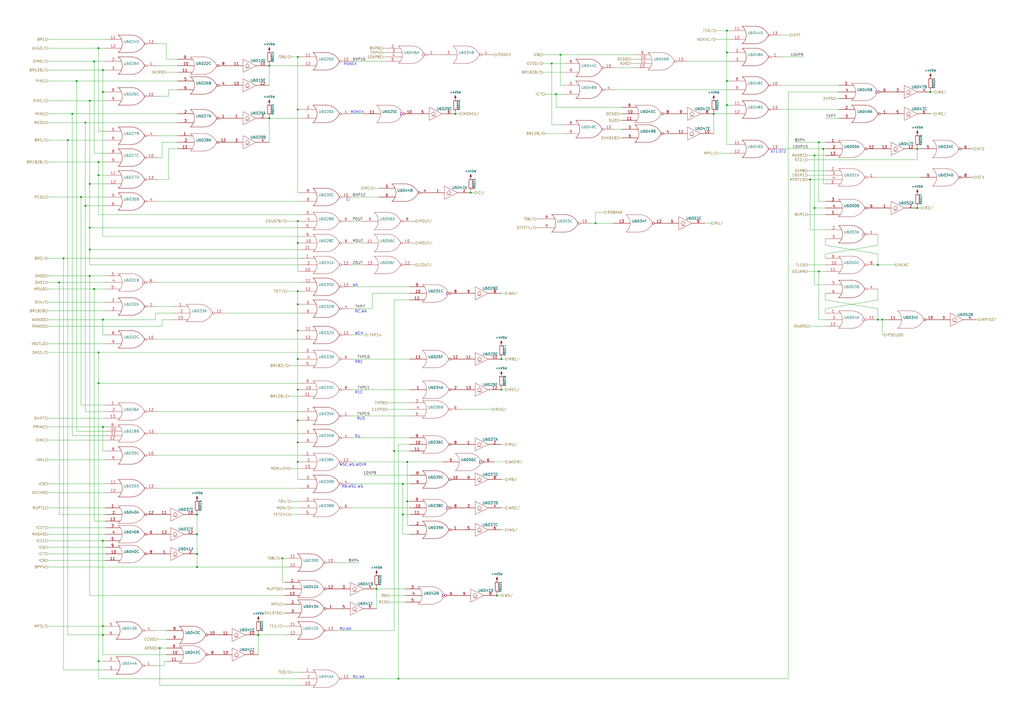
<source format=kicad_sch>
(kicad_sch (version 20211123) (generator eeschema)
  (paper "A2")
  (junction (at 218.44 341.63))
  (junction (at 59.69 368.3))
  (junction (at 233.68 298.45))
  (junction (at 52.07 160.02))
  (junction (at 231.14 393.7))
  (junction (at 264.16 66.04))
  (junction (at 156.21 68.58))
  (junction (at 44.45 46.99))
  (junction (at 59.69 363.22))
  (junction (at 49.53 119.38))
  (junction (at 469.9 104.14))
  (junction (at 52.07 58.42))
  (junction (at 421.64 60.96))
  (junction (at 114.3 328.93))
  (junction (at 57.15 93.98))
  (junction (at 59.69 313.69))
  (junction (at 472.44 120.65))
  (junction (at 172.72 140.97))
  (junction (at 57.15 204.47))
  (junction (at 57.15 222.25))
  (junction (at 539.75 53.34))
  (junction (at 172.72 128.27))
  (junction (at 52.07 106.68))
  (junction (at 41.91 66.04))
  (junction (at 46.99 114.3))
  (junction (at 477.52 86.36))
  (junction (at 57.15 27.94))
  (junction (at 149.86 368.3))
  (junction (at 421.64 46.99))
  (junction (at 414.02 66.04))
  (junction (at 172.72 226.06))
  (junction (at 325.12 31.75))
  (junction (at 532.13 120.65))
  (junction (at 114.3 321.31))
  (junction (at 320.04 36.83))
  (junction (at 290.83 208.28))
  (junction (at 345.44 129.54))
  (junction (at 172.72 191.77))
  (junction (at 52.07 132.08))
  (junction (at 273.05 111.76))
  (junction (at 57.15 383.54))
  (junction (at 474.98 157.48))
  (junction (at 472.44 90.17))
  (junction (at 290.83 226.06))
  (junction (at 509.27 153.67))
  (junction (at 52.07 144.78))
  (junction (at 36.83 149.86))
  (junction (at 92.71 375.92))
  (junction (at 236.22 290.83))
  (junction (at 39.37 81.28))
  (junction (at 172.72 176.53))
  (junction (at 59.69 247.65))
  (junction (at 172.72 267.97))
  (junction (at 34.29 163.83))
  (junction (at 511.81 185.42))
  (junction (at 172.72 33.02))
  (junction (at 228.6 261.62))
  (junction (at 236.22 267.97))
  (junction (at 172.72 168.91))
  (junction (at 114.3 309.88))
  (junction (at 421.64 30.48))
  (junction (at 532.13 86.36))
  (junction (at 57.15 101.6))
  (junction (at 114.3 298.45))
  (junction (at 59.69 53.34))
  (junction (at 156.21 38.1))
  (junction (at 172.72 63.5))
  (junction (at 49.53 71.12))
  (junction (at 172.72 256.54))
  (junction (at 59.69 40.64))
  (junction (at 322.58 54.61))
  (junction (at 233.68 280.67))
  (junction (at 54.61 35.56))
  (junction (at 172.72 208.28))
  (junction (at 172.72 243.84))
  (junction (at 421.64 17.78))
  (junction (at 509.27 185.42))
  (junction (at 474.98 82.55))
  (junction (at 54.61 167.64))
  (junction (at 59.69 185.42))
  (junction (at 163.83 323.85))
  (junction (at 288.29 345.44))
  (wire (pts (xy 57.15 124.46) (xy 173.99 124.46)))
  (wire (pts (xy 27.94 114.3) (xy 46.99 114.3)))
  (wire (pts (xy 477.52 86.36) (xy 477.52 106.68)))
  (wire (pts (xy 27.94 71.12) (xy 49.53 71.12)))
  (wire (pts (xy 322.58 54.61) (xy 326.39 54.61)))
  (wire (pts (xy 414.02 66.04) (xy 422.91 66.04)))
  (wire (pts (xy 326.39 77.47) (xy 316.23 77.47)))
  (wire (pts (xy 312.42 127) (xy 311.15 127)))
  (wire (pts (xy 57.15 222.25) (xy 57.15 383.54)))
  (wire (pts (xy 91.44 38.1) (xy 102.87 38.1)))
  (wire (pts (xy 509.27 173.99) (xy 478.79 179.07)))
  (wire (pts (xy 285.75 31.75) (xy 287.02 31.75)))
  (wire (pts (xy 172.72 267.97) (xy 172.72 278.13)))
  (wire (pts (xy 228.6 261.62) (xy 228.6 365.76)))
  (wire (pts (xy 288.29 344.17) (xy 288.29 345.44)))
  (wire (pts (xy 290.83 294.64) (xy 293.37 294.64)))
  (wire (pts (xy 539.75 52.07) (xy 539.75 53.34)))
  (wire (pts (xy 172.72 63.5) (xy 172.72 111.76)))
  (wire (pts (xy 173.99 38.1) (xy 156.21 38.1)))
  (wire (pts (xy 49.53 119.38) (xy 60.96 119.38)))
  (wire (pts (xy 477.52 106.68) (xy 478.79 106.68)))
  (wire (pts (xy 59.69 185.42) (xy 59.69 194.31)))
  (wire (pts (xy 532.13 119.38) (xy 532.13 120.65)))
  (wire (pts (xy 415.29 22.86) (xy 422.91 22.86)))
  (wire (pts (xy 215.9 170.18) (xy 237.49 170.18)))
  (wire (pts (xy 27.94 185.42) (xy 59.69 185.42)))
  (wire (pts (xy 92.71 375.92) (xy 96.52 375.92)))
  (wire (pts (xy 57.15 383.54) (xy 57.15 393.7)))
  (wire (pts (xy 149.86 368.3) (xy 149.86 379.73)))
  (wire (pts (xy 59.69 53.34) (xy 59.69 137.16)))
  (wire (pts (xy 254 31.75) (xy 255.27 31.75)))
  (wire (pts (xy 228.6 365.76) (xy 195.58 365.76)))
  (wire (pts (xy 314.96 36.83) (xy 320.04 36.83)))
  (wire (pts (xy 240.03 140.97) (xy 241.3 140.97)))
  (wire (pts (xy 114.3 298.45) (xy 114.3 309.88)))
  (wire (pts (xy 237.49 294.64) (xy 204.47 294.64)))
  (wire (pts (xy 163.83 337.82) (xy 165.1 337.82)))
  (wire (pts (xy 365.76 34.29) (xy 368.3 34.29)))
  (wire (pts (xy 52.07 144.78) (xy 52.07 153.67)))
  (wire (pts (xy 468.63 101.6) (xy 478.79 101.6)))
  (wire (pts (xy 168.91 389.89) (xy 173.99 389.89)))
  (wire (pts (xy 27.94 189.23) (xy 93.98 189.23)))
  (wire (pts (xy 218.44 341.63) (xy 218.44 353.06)))
  (wire (pts (xy 52.07 144.78) (xy 173.99 144.78)))
  (wire (pts (xy 421.64 60.96) (xy 422.91 60.96)))
  (wire (pts (xy 114.3 309.88) (xy 114.3 321.31)))
  (wire (pts (xy 173.99 294.64) (xy 168.91 294.64)))
  (wire (pts (xy 219.71 109.22) (xy 217.17 109.22)))
  (wire (pts (xy 52.07 58.42) (xy 52.07 106.68)))
  (wire (pts (xy 54.61 167.64) (xy 60.96 167.64)))
  (wire (pts (xy 421.64 30.48) (xy 422.91 30.48)))
  (wire (pts (xy 290.83 224.79) (xy 290.83 226.06)))
  (wire (pts (xy 27.94 93.98) (xy 57.15 93.98)))
  (wire (pts (xy 60.96 294.64) (xy 27.94 294.64)))
  (wire (pts (xy 365.76 36.83) (xy 368.3 36.83)))
  (wire (pts (xy 165.1 363.22) (xy 163.83 363.22)))
  (wire (pts (xy 91.44 55.88) (xy 97.79 55.88)))
  (wire (pts (xy 236.22 290.83) (xy 237.49 290.83)))
  (wire (pts (xy 325.12 31.75) (xy 325.12 49.53)))
  (wire (pts (xy 240.03 153.67) (xy 241.3 153.67)))
  (wire (pts (xy 320.04 36.83) (xy 320.04 72.39)))
  (wire (pts (xy 46.99 114.3) (xy 46.99 234.95)))
  (wire (pts (xy 236.22 267.97) (xy 236.22 290.83)))
  (wire (pts (xy 57.15 204.47) (xy 173.99 204.47)))
  (wire (pts (xy 290.83 257.81) (xy 293.37 257.81)))
  (wire (pts (xy 172.72 176.53) (xy 173.99 176.53)))
  (wire (pts (xy 486.41 68.58) (xy 478.79 68.58)))
  (wire (pts (xy 478.79 189.23) (xy 469.9 189.23)))
  (wire (pts (xy 511.81 185.42) (xy 511.81 194.31)))
  (wire (pts (xy 49.53 71.12) (xy 102.87 71.12)))
  (wire (pts (xy 563.88 102.87) (xy 565.15 102.87)))
  (wire (pts (xy 422.91 88.9) (xy 416.56 88.9)))
  (wire (pts (xy 469.9 133.35) (xy 478.79 133.35)))
  (wire (pts (xy 44.45 250.19) (xy 44.45 46.99)))
  (wire (pts (xy 59.69 40.64) (xy 59.69 53.34)))
  (wire (pts (xy 27.94 163.83) (xy 34.29 163.83)))
  (wire (pts (xy 472.44 90.17) (xy 472.44 120.65)))
  (wire (pts (xy 453.39 63.5) (xy 486.41 63.5)))
  (wire (pts (xy 36.83 149.86) (xy 36.83 388.62)))
  (wire (pts (xy 224.79 237.49) (xy 237.49 237.49)))
  (wire (pts (xy 218.44 340.36) (xy 218.44 341.63)))
  (wire (pts (xy 57.15 393.7) (xy 173.99 393.7)))
  (wire (pts (xy 97.79 104.14) (xy 97.79 86.36)))
  (wire (pts (xy 172.72 128.27) (xy 173.99 128.27)))
  (wire (pts (xy 57.15 27.94) (xy 60.96 27.94)))
  (wire (pts (xy 149.86 367.03) (xy 149.86 368.3)))
  (wire (pts (xy 57.15 383.54) (xy 59.69 383.54)))
  (wire (pts (xy 509.27 153.67) (xy 509.27 147.32)))
  (wire (pts (xy 204.47 241.3) (xy 237.49 241.3)))
  (wire (pts (xy 290.83 207.01) (xy 290.83 208.28)))
  (wire (pts (xy 172.72 191.77) (xy 172.72 208.28)))
  (wire (pts (xy 44.45 250.19) (xy 60.96 250.19)))
  (wire (pts (xy 509.27 179.07) (xy 478.79 173.99)))
  (wire (pts (xy 359.41 66.04) (xy 360.68 66.04)))
  (wire (pts (xy 39.37 81.28) (xy 60.96 81.28)))
  (wire (pts (xy 474.98 82.55) (xy 478.79 82.55)))
  (wire (pts (xy 60.96 325.12) (xy 27.94 325.12)))
  (wire (pts (xy 57.15 93.98) (xy 60.96 93.98)))
  (wire (pts (xy 486.41 57.15) (xy 485.14 57.15)))
  (wire (pts (xy 54.61 35.56) (xy 60.96 35.56)))
  (wire (pts (xy 264.16 66.04) (xy 266.7 66.04)))
  (wire (pts (xy 233.68 280.67) (xy 237.49 280.67)))
  (wire (pts (xy 91.44 91.44) (xy 93.98 91.44)))
  (wire (pts (xy 356.87 74.93) (xy 360.68 74.93)))
  (wire (pts (xy 468.63 157.48) (xy 474.98 157.48)))
  (wire (pts (xy 469.9 104.14) (xy 478.79 104.14)))
  (wire (pts (xy 59.69 363.22) (xy 59.69 368.3)))
  (wire (pts (xy 478.79 147.32) (xy 478.79 149.86)))
  (wire (pts (xy 91.44 251.46) (xy 173.99 251.46)))
  (wire (pts (xy 57.15 101.6) (xy 57.15 124.46)))
  (wire (pts (xy 172.72 176.53) (xy 172.72 191.77)))
  (wire (pts (xy 96.52 370.84) (xy 91.44 370.84)))
  (wire (pts (xy 539.75 66.04) (xy 542.29 66.04)))
  (wire (pts (xy 60.96 266.7) (xy 27.94 266.7)))
  (wire (pts (xy 165.1 350.52) (xy 163.83 350.52)))
  (wire (pts (xy 478.79 179.07) (xy 478.79 181.61)))
  (wire (pts (xy 472.44 165.1) (xy 478.79 165.1)))
  (wire (pts (xy 156.21 36.83) (xy 156.21 38.1)))
  (wire (pts (xy 468.63 104.14) (xy 469.9 104.14)))
  (wire (pts (xy 59.69 363.22) (xy 27.94 363.22)))
  (wire (pts (xy 472.44 120.65) (xy 478.79 120.65)))
  (wire (pts (xy 474.98 82.55) (xy 474.98 116.84)))
  (wire (pts (xy 52.07 58.42) (xy 60.96 58.42)))
  (wire (pts (xy 290.83 307.34) (xy 293.37 307.34)))
  (wire (pts (xy 92.71 397.51) (xy 173.99 397.51)))
  (wire (pts (xy 204.47 226.06) (xy 237.49 226.06)))
  (wire (pts (xy 233.68 280.67) (xy 233.68 298.45)))
  (wire (pts (xy 228.6 173.99) (xy 228.6 261.62)))
  (wire (pts (xy 172.72 168.91) (xy 172.72 176.53)))
  (wire (pts (xy 172.72 243.84) (xy 173.99 243.84)))
  (wire (pts (xy 93.98 189.23) (xy 93.98 185.42)))
  (wire (pts (xy 398.78 35.56) (xy 422.91 35.56)))
  (wire (pts (xy 59.69 185.42) (xy 90.17 185.42)))
  (wire (pts (xy 34.29 298.45) (xy 60.96 298.45)))
  (wire (pts (xy 204.47 140.97) (xy 209.55 140.97)))
  (wire (pts (xy 166.37 128.27) (xy 172.72 128.27)))
  (wire (pts (xy 156.21 67.31) (xy 156.21 68.58)))
  (wire (pts (xy 204.47 128.27) (xy 209.55 128.27)))
  (wire (pts (xy 421.64 30.48) (xy 421.64 46.99)))
  (wire (pts (xy 314.96 31.75) (xy 325.12 31.75)))
  (wire (pts (xy 204.47 35.56) (xy 223.52 35.56)))
  (wire (pts (xy 173.99 68.58) (xy 156.21 68.58)))
  (wire (pts (xy 228.6 173.99) (xy 237.49 173.99)))
  (wire (pts (xy 566.42 185.42) (xy 567.69 185.42)))
  (wire (pts (xy 231.14 393.7) (xy 231.14 257.81)))
  (wire (pts (xy 474.98 185.42) (xy 478.79 185.42)))
  (wire (pts (xy 156.21 68.58) (xy 156.21 82.55)))
  (wire (pts (xy 240.03 128.27) (xy 241.3 128.27)))
  (wire (pts (xy 54.61 88.9) (xy 54.61 35.56)))
  (wire (pts (xy 27.94 167.64) (xy 54.61 167.64)))
  (wire (pts (xy 57.15 101.6) (xy 60.96 101.6)))
  (wire (pts (xy 478.79 173.99) (xy 478.79 170.18)))
  (wire (pts (xy 57.15 93.98) (xy 57.15 101.6)))
  (wire (pts (xy 218.44 341.63) (xy 234.95 341.63)))
  (wire (pts (xy 27.94 81.28) (xy 39.37 81.28)))
  (wire (pts (xy 91.44 264.16) (xy 173.99 264.16)))
  (wire (pts (xy 172.72 157.48) (xy 173.99 157.48)))
  (wire (pts (xy 163.83 323.85) (xy 163.83 337.82)))
  (wire (pts (xy 223.52 30.48) (xy 222.25 30.48)))
  (wire (pts (xy 57.15 204.47) (xy 57.15 222.25)))
  (wire (pts (xy 421.64 17.78) (xy 421.64 30.48)))
  (wire (pts (xy 60.96 242.57) (xy 27.94 242.57)))
  (wire (pts (xy 264.16 64.77) (xy 264.16 66.04)))
  (wire (pts (xy 91.44 25.4) (xy 96.52 25.4)))
  (wire (pts (xy 27.94 175.26) (xy 60.96 175.26)))
  (wire (pts (xy 163.83 355.6) (xy 165.1 355.6)))
  (wire (pts (xy 345.44 123.19) (xy 350.52 123.19)))
  (wire (pts (xy 414.02 66.04) (xy 414.02 77.47)))
  (wire (pts (xy 316.23 54.61) (xy 322.58 54.61)))
  (wire (pts (xy 60.96 280.67) (xy 27.94 280.67)))
  (wire (pts (xy 130.81 181.61) (xy 173.99 181.61)))
  (wire (pts (xy 27.94 160.02) (xy 52.07 160.02)))
  (wire (pts (xy 49.53 238.76) (xy 60.96 238.76)))
  (wire (pts (xy 27.94 46.99) (xy 44.45 46.99)))
  (wire (pts (xy 453.39 33.02) (xy 466.09 33.02)))
  (wire (pts (xy 59.69 247.65) (xy 59.69 261.62)))
  (wire (pts (xy 474.98 157.48) (xy 474.98 185.42)))
  (wire (pts (xy 453.39 20.32) (xy 458.47 20.32)))
  (wire (pts (xy 27.94 247.65) (xy 59.69 247.65)))
  (wire (pts (xy 204.47 280.67) (xy 233.68 280.67)))
  (wire (pts (xy 290.83 278.13) (xy 293.37 278.13)))
  (wire (pts (xy 509.27 185.42) (xy 509.27 179.07)))
  (wire (pts (xy 27.94 58.42) (xy 52.07 58.42)))
  (wire (pts (xy 472.44 120.65) (xy 472.44 165.1)))
  (wire (pts (xy 59.69 261.62) (xy 60.96 261.62)))
  (wire (pts (xy 57.15 222.25) (xy 173.99 222.25)))
  (wire (pts (xy 314.96 41.91) (xy 326.39 41.91)))
  (wire (pts (xy 478.79 99.06) (xy 468.63 99.06)))
  (wire (pts (xy 156.21 38.1) (xy 156.21 49.53)))
  (wire (pts (xy 59.69 313.69) (xy 60.96 313.69)))
  (wire (pts (xy 290.83 226.06) (xy 293.37 226.06)))
  (wire (pts (xy 52.07 153.67) (xy 173.99 153.67)))
  (wire (pts (xy 46.99 234.95) (xy 60.96 234.95)))
  (wire (pts (xy 320.04 72.39) (xy 326.39 72.39)))
  (wire (pts (xy 27.94 27.94) (xy 57.15 27.94)))
  (wire (pts (xy 27.94 285.75) (xy 60.96 285.75)))
  (wire (pts (xy 91.44 78.74) (xy 102.87 78.74)))
  (wire (pts (xy 236.22 290.83) (xy 236.22 304.8)))
  (wire (pts (xy 320.04 36.83) (xy 326.39 36.83)))
  (wire (pts (xy 54.61 302.26) (xy 60.96 302.26)))
  (wire (pts (xy 421.64 46.99) (xy 422.91 46.99)))
  (wire (pts (xy 96.52 25.4) (xy 96.52 34.29)))
  (wire (pts (xy 172.72 208.28) (xy 172.72 226.06)))
  (wire (pts (xy 49.53 119.38) (xy 49.53 238.76)))
  (wire (pts (xy 322.58 54.61) (xy 322.58 62.23)))
  (wire (pts (xy 60.96 88.9) (xy 54.61 88.9)))
  (wire (pts (xy 172.72 128.27) (xy 172.72 140.97)))
  (wire (pts (xy 222.25 27.94) (xy 223.52 27.94)))
  (wire (pts (xy 172.72 243.84) (xy 172.72 256.54)))
  (wire (pts (xy 27.94 309.88) (xy 60.96 309.88)))
  (wire (pts (xy 231.14 257.81) (xy 237.49 257.81)))
  (wire (pts (xy 290.83 170.18) (xy 293.37 170.18)))
  (wire (pts (xy 92.71 375.92) (xy 92.71 397.51)))
  (wire (pts (xy 60.96 180.34) (xy 27.94 180.34)))
  (wire (pts (xy 204.47 114.3) (xy 219.71 114.3)))
  (wire (pts (xy 474.98 116.84) (xy 478.79 116.84)))
  (wire (pts (xy 166.37 168.91) (xy 172.72 168.91)))
  (wire (pts (xy 453.39 86.36) (xy 477.52 86.36)))
  (wire (pts (xy 27.94 35.56) (xy 54.61 35.56)))
  (wire (pts (xy 91.44 104.14) (xy 97.79 104.14)))
  (wire (pts (xy 59.69 137.16) (xy 173.99 137.16)))
  (wire (pts (xy 96.52 34.29) (xy 102.87 34.29)))
  (wire (pts (xy 468.63 90.17) (xy 472.44 90.17)))
  (wire (pts (xy 226.06 349.25) (xy 234.95 349.25)))
  (wire (pts (xy 421.64 60.96) (xy 421.64 83.82)))
  (wire (pts (xy 204.47 254) (xy 237.49 254)))
  (wire (pts (xy 273.05 110.49) (xy 273.05 111.76)))
  (wire (pts (xy 27.94 204.47) (xy 57.15 204.47)))
  (wire (pts (xy 231.14 393.7) (xy 457.2 393.7)))
  (wire (pts (xy 325.12 49.53) (xy 326.39 49.53)))
  (wire (pts (xy 509.27 153.67) (xy 519.43 153.67)))
  (wire (pts (xy 532.13 86.36) (xy 533.4 86.36)))
  (wire (pts (xy 57.15 76.2) (xy 57.15 27.94)))
  (wire (pts (xy 215.9 179.07) (xy 215.9 170.18)))
  (wire (pts (xy 415.29 17.78) (xy 421.64 17.78)))
  (wire (pts (xy 96.52 41.91) (xy 102.87 41.91)))
  (wire (pts (xy 532.13 120.65) (xy 534.67 120.65)))
  (wire (pts (xy 421.64 46.99) (xy 421.64 60.96)))
  (wire (pts (xy 204.47 179.07) (xy 215.9 179.07)))
  (wire (pts (xy 165.1 341.63) (xy 163.83 341.63)))
  (wire (pts (xy 511.81 194.31) (xy 513.08 194.31)))
  (wire (pts (xy 95.25 383.54) (xy 96.52 383.54)))
  (wire (pts (xy 453.39 49.53) (xy 486.41 49.53)))
  (wire (pts (xy 172.72 33.02) (xy 172.72 63.5)))
  (wire (pts (xy 172.72 111.76) (xy 173.99 111.76)))
  (wire (pts (xy 52.07 132.08) (xy 173.99 132.08)))
  (wire (pts (xy 59.69 247.65) (xy 60.96 247.65)))
  (wire (pts (xy 52.07 345.44) (xy 52.07 160.02)))
  (wire (pts (xy 486.41 53.34) (xy 457.2 53.34)))
  (wire (pts (xy 237.49 275.59) (xy 210.82 275.59)))
  (wire (pts (xy 360.68 80.01) (xy 359.41 80.01)))
  (wire (pts (xy 149.86 368.3) (xy 165.1 368.3)))
  (wire (pts (xy 36.83 149.86) (xy 173.99 149.86)))
  (wire (pts (xy 60.96 76.2) (xy 57.15 76.2)))
  (wire (pts (xy 312.42 132.08) (xy 311.15 132.08)))
  (wire (pts (xy 59.69 194.31) (xy 60.96 194.31)))
  (wire (pts (xy 90.17 185.42) (xy 90.17 181.61)))
  (wire (pts (xy 421.64 83.82) (xy 422.91 83.82)))
  (wire (pts (xy 509.27 147.32) (xy 478.79 142.24)))
  (wire (pts (xy 114.3 297.18) (xy 114.3 298.45)))
  (wire (pts (xy 59.69 40.64) (xy 60.96 40.64)))
  (wire (pts (xy 474.98 157.48) (xy 478.79 157.48)))
  (wire (pts (xy 472.44 90.17) (xy 478.79 90.17)))
  (wire (pts (xy 52.07 160.02) (xy 60.96 160.02)))
  (wire (pts (xy 27.94 149.86) (xy 36.83 149.86)))
  (wire (pts (xy 60.96 317.5) (xy 27.94 317.5)))
  (wire (pts (xy 511.81 185.42) (xy 513.08 185.42)))
  (wire (pts (xy 97.79 52.07) (xy 102.87 52.07)))
  (wire (pts (xy 172.72 267.97) (xy 173.99 267.97)))
  (wire (pts (xy 46.99 114.3) (xy 60.96 114.3)))
  (wire (pts (xy 173.99 283.21) (xy 91.44 283.21)))
  (wire (pts (xy 421.64 17.78) (xy 422.91 17.78)))
  (wire (pts (xy 172.72 256.54) (xy 172.72 267.97)))
  (wire (pts (xy 172.72 226.06) (xy 173.99 226.06)))
  (wire (pts (xy 539.75 53.34) (xy 542.29 53.34)))
  (wire (pts (xy 173.99 212.09) (xy 167.64 212.09)))
  (wire (pts (xy 114.3 321.31) (xy 114.3 328.93)))
  (wire (pts (xy 172.72 63.5) (xy 173.99 63.5)))
  (wire (pts (xy 461.01 82.55) (xy 474.98 82.55)))
  (wire (pts (xy 93.98 185.42) (xy 100.33 185.42)))
  (wire (pts (xy 477.52 86.36) (xy 478.79 86.36)))
  (wire (pts (xy 172.72 208.28) (xy 173.99 208.28)))
  (wire (pts (xy 39.37 81.28) (xy 39.37 368.3)))
  (wire (pts (xy 172.72 278.13) (xy 173.99 278.13)))
  (wire (pts (xy 41.91 252.73) (xy 60.96 252.73)))
  (wire (pts (xy 49.53 71.12) (xy 49.53 119.38)))
  (wire (pts (xy 408.94 129.54) (xy 412.75 129.54)))
  (wire (pts (xy 27.94 40.64) (xy 59.69 40.64)))
  (wire (pts (xy 509.27 135.89) (xy 509.27 142.24)))
  (wire (pts (xy 172.72 140.97) (xy 173.99 140.97)))
  (wire (pts (xy 173.99 290.83) (xy 168.91 290.83)))
  (wire (pts (xy 173.99 116.84) (xy 91.44 116.84)))
  (wire (pts (xy 60.96 53.34) (xy 59.69 53.34)))
  (wire (pts (xy 41.91 66.04) (xy 41.91 252.73)))
  (wire (pts (xy 478.79 142.24) (xy 478.79 138.43)))
  (wire (pts (xy 325.12 31.75) (xy 368.3 31.75)))
  (wire (pts (xy 60.96 199.39) (xy 27.94 199.39)))
  (wire (pts (xy 90.17 386.08) (xy 95.25 386.08)))
  (wire (pts (xy 290.83 208.28) (xy 293.37 208.28)))
  (wire (pts (xy 41.91 66.04) (xy 102.87 66.04)))
  (wire (pts (xy 173.99 271.78) (xy 168.91 271.78)))
  (wire (pts (xy 234.95 345.44) (xy 226.06 345.44)))
  (wire (pts (xy 95.25 386.08) (xy 95.25 383.54)))
  (wire (pts (xy 54.61 167.64) (xy 54.61 302.26)))
  (wire (pts (xy 93.98 91.44) (xy 93.98 82.55)))
  (wire (pts (xy 233.68 298.45) (xy 233.68 309.88)))
  (wire (pts (xy 172.72 191.77) (xy 173.99 191.77)))
  (wire (pts (xy 414.02 64.77) (xy 414.02 66.04)))
  (wire (pts (xy 44.45 46.99) (xy 102.87 46.99)))
  (wire (pts (xy 359.41 69.85) (xy 360.68 69.85)))
  (wire (pts (xy 345.44 129.54) (xy 345.44 123.19)))
  (wire (pts (xy 34.29 163.83) (xy 34.29 298.45)))
  (wire (pts (xy 168.91 298.45) (xy 173.99 298.45)))
  (wire (pts (xy 509.27 142.24) (xy 478.79 147.32)))
  (wire (pts (xy 36.83 388.62) (xy 59.69 388.62)))
  (wire (pts (xy 163.83 323.85) (xy 165.1 323.85)))
  (wire (pts (xy 287.02 267.97) (xy 293.37 267.97)))
  (wire (pts (xy 34.29 163.83) (xy 60.96 163.83)))
  (wire (pts (xy 59.69 368.3) (xy 59.69 379.73)))
  (wire (pts (xy 168.91 33.02) (xy 172.72 33.02)))
  (wire (pts (xy 345.44 129.54) (xy 355.6 129.54)))
  (wire (pts (xy 52.07 106.68) (xy 52.07 132.08)))
  (wire (pts (xy 236.22 304.8) (xy 237.49 304.8)))
  (wire (pts (xy 165.1 345.44) (xy 52.07 345.44)))
  (wire (pts (xy 91.44 375.92) (xy 92.71 375.92)))
  (wire (pts (xy 532.13 86.36) (xy 532.13 92.71)))
  (wire (pts (xy 27.94 313.69) (xy 59.69 313.69)))
  (wire (pts (xy 236.22 267.97) (xy 256.54 267.97)))
  (wire (pts (xy 532.13 85.09) (xy 532.13 86.36)))
  (wire (pts (xy 173.99 229.87) (xy 167.64 229.87)))
  (wire (pts (xy 96.52 365.76) (xy 90.17 365.76)))
  (wire (pts (xy 267.97 237.49) (xy 285.75 237.49)))
  (wire (pts (xy 90.17 181.61) (xy 100.33 181.61)))
  (wire (pts (xy 563.88 86.36) (xy 565.15 86.36)))
  (wire (pts (xy 162.56 323.85) (xy 163.83 323.85)))
  (wire (pts (xy 237.49 233.68) (xy 224.79 233.68)))
  (wire (pts (xy 237.49 166.37) (xy 204.47 166.37)))
  (wire (pts (xy 172.72 256.54) (xy 173.99 256.54)))
  (wire (pts (xy 509.27 167.64) (xy 509.27 173.99)))
  (wire (pts (xy 204.47 153.67) (xy 209.55 153.67)))
  (wire (pts (xy 91.44 238.76) (xy 173.99 238.76)))
  (wire (pts (xy 342.9 129.54) (xy 345.44 129.54)))
  (wire (pts (xy 509.27 185.42) (xy 511.81 185.42)))
  (wire (pts (xy 93.98 82.55) (xy 102.87 82.55)))
  (wire (pts (xy 59.69 379.73) (xy 96.52 379.73)))
  (wire (pts (xy 204.47 267.97) (xy 236.22 267.97)))
  (wire (pts (xy 509.27 102.87) (xy 533.4 102.87)))
  (wire (pts (xy 27.94 328.93) (xy 114.3 328.93)))
  (wire (pts (xy 322.58 62.23) (xy 360.68 62.23)))
  (wire (pts (xy 60.96 22.86) (xy 27.94 22.86)))
  (wire (pts (xy 52.07 106.68) (xy 60.96 106.68)))
  (wire (pts (xy 27.94 66.04) (xy 41.91 66.04)))
  (wire (pts (xy 172.72 140.97) (xy 172.72 157.48)))
  (wire (pts (xy 172.72 226.06) (xy 172.72 243.84)))
  (wire (pts (xy 469.9 104.14) (xy 469.9 133.35)))
  (wire (pts (xy 204.47 393.7) (xy 231.14 393.7)))
  (wire (pts (xy 233.68 298.45) (xy 237.49 298.45)))
  (wire (pts (xy 172.72 168.91) (xy 173.99 168.91)))
  (wire (pts (xy 97.79 55.88) (xy 97.79 52.07)))
  (wire (pts (xy 59.69 313.69) (xy 59.69 363.22)))
  (wire (pts (xy 204.47 208.28) (xy 237.49 208.28)))
  (wire (pts (xy 288.29 345.44) (xy 290.83 345.44)))
  (wire (pts (xy 532.13 92.71) (xy 468.63 92.71)))
  (wire (pts (xy 91.44 196.85) (xy 173.99 196.85)))
  (wire (pts (xy 60.96 306.07) (xy 27.94 306.07)))
  (wire (pts (xy 273.05 111.76) (xy 275.59 111.76)))
  (wire (pts (xy 52.07 132.08) (xy 52.07 144.78)))
  (wire (pts (xy 356.87 39.37) (xy 368.3 39.37)))
  (wire (pts (xy 204.47 66.04) (xy 210.82 66.04)))
  (wire (pts (xy 60.96 255.27) (xy 27.94 255.27)))
  (wire (pts (xy 233.68 309.88) (xy 237.49 309.88)))
  (wire (pts (xy 204.47 194.31) (xy 212.09 194.31)))
  (wire (pts (xy 91.44 163.83) (xy 173.99 163.83)))
  (wire (pts (xy 195.58 326.39) (xy 208.28 326.39)))
  (wire (pts (xy 172.72 33.02) (xy 173.99 33.02)))
  (wire (pts (xy 228.6 261.62) (xy 237.49 261.62)))
  (wire (pts (xy 478.79 153.67) (xy 468.63 153.67)))
  (wire (pts (xy 356.87 52.07) (xy 422.91 52.07)))
  (wire (pts (xy 114.3 328.93) (xy 165.1 328.93)))
  (wire (pts (xy 222.25 33.02) (xy 223.52 33.02)))
  (wire (pts (xy 27.94 321.31) (xy 60.96 321.31)))
  (wire (pts (xy 457.2 53.34) (xy 457.2 393.7)))
  (wire (pts (xy 91.44 177.8) (xy 100.33 177.8)))
  (wire (pts (xy 478.79 124.46) (xy 468.63 124.46)))
  (wire (pts (xy 97.79 86.36) (xy 102.87 86.36)))
  (wire (pts (xy 39.37 368.3) (xy 59.69 368.3)))
  (text "RUS" (at 207.01 243.84 0) (effects (font (size 1.524 1.524)) (justify left bottom)))
  (text "RU,WA" (at 204.47 393.7 0) (effects (font (size 1.524 1.524)) (justify left bottom)))
  (text "RC,WA" (at 205.74 181.61 0) (effects (font (size 1.524 1.524)) (justify left bottom)))
  (text "MONEX" (at 203.2 66.04 0) (effects (font (size 1.524 1.524)) (justify left bottom)))
  (text "RU,WA" (at 196.85 365.76 0) (effects (font (size 1.524 1.524)) (justify left bottom)))
  (text "RU" (at 205.74 254 0) (effects (font (size 1.524 1.524)) (justify left bottom)))
  (text "PONEX" (at 207.01 38.1 180) (effects (font (size 1.524 1.524)) (justify right bottom)))
  (text "R1C" (at 205.74 228.6 0) (effects (font (size 1.524 1.524)) (justify left bottom)))
  (text "RB,WSC,WG" (at 198.12 283.21 0) (effects (font (size 1.524 1.524)) (justify left bottom)))
  (text "RB1" (at 205.74 210.82 0) (effects (font (size 1.524 1.524)) (justify left bottom)))
  (text "CI" (at 203.2 116.84 180) (effects (font (size 1.524 1.524)) (justify right bottom)))
  (text "WA" (at 204.47 166.37 0) (effects (font (size 1.524 1.524)) (justify left bottom)))
  (text "WCH" (at 205.74 194.31 0) (effects (font (size 1.524 1.524)) (justify left bottom)))
  (text "WSC,WG,WOVR" (at 196.85 270.51 0) (effects (font (size 1.524 1.524)) (justify left bottom)))
  (text "ST1,ST2" (at 447.04 88.9 0) (effects (font (size 1.524 1.524)) (justify left bottom)))
  (label "8XP4" (at 461.01 82.55 0) (effects (font (size 1.524 1.524))))
  (label "7XP10" (at 207.01 208.28 0) (effects (font (size 1.524 1.524))))
  (label "MOUT" (at 204.47 140.97 0) (effects (font (size 1.524 1.524))))
  (label "10XP9" (at 466.09 33.02 180) (effects (font (size 1.524 1.524))))
  (label "7XP7" (at 478.79 68.58 0) (effects (font (size 1.524 1.524))))
  (label "10XP9" (at 210.82 275.59 0) (effects (font (size 1.524 1.524))))
  (label "POUT" (at 204.47 128.27 0) (effects (font (size 1.524 1.524))))
  (label "ZOUT" (at 204.47 153.67 0) (effects (font (size 1.524 1.524))))
  (label "7XP11" (at 207.01 226.06 0) (effects (font (size 1.524 1.524))))
  (label "8XP4" (at 208.28 326.39 180) (effects (font (size 1.524 1.524))))
  (label "6XP10" (at 212.09 35.56 180) (effects (font (size 1.524 1.524))))
  (label "7XP7" (at 205.74 179.07 0) (effects (font (size 1.524 1.524))))
  (label "10XP15" (at 459.74 86.36 0) (effects (font (size 1.524 1.524))))
  (label "7XP15" (at 207.01 241.3 0) (effects (font (size 1.524 1.524))))
  (label "6XP12" (at 212.09 114.3 180) (effects (font (size 1.524 1.524))))
  (hierarchical_label "BR12B/" (shape input) (at 316.23 77.47 180) (effects (font (size 1.524 1.524))))
  (hierarchical_label "ST1" (shape output) (at 565.15 102.87 0) (effects (font (size 1.524 1.524))))
  (hierarchical_label "NEAC" (shape output) (at 519.43 153.67 0) (effects (font (size 1.524 1.524))))
  (hierarchical_label "10XP1" (shape input) (at 468.63 101.6 180) (effects (font (size 1.524 1.524))))
  (hierarchical_label "BR1" (shape input) (at 27.94 22.86 180) (effects (font (size 1.524 1.524))))
  (hierarchical_label "PINC" (shape input) (at 27.94 46.99 180) (effects (font (size 1.524 1.524))))
  (hierarchical_label "POUT/" (shape output) (at 241.3 128.27 0) (effects (font (size 1.524 1.524))))
  (hierarchical_label "PONEX" (shape output) (at 287.02 31.75 0) (effects (font (size 1.524 1.524))))
  (hierarchical_label "IC6" (shape input) (at 314.96 31.75 180) (effects (font (size 1.524 1.524))))
  (hierarchical_label "T03/" (shape input) (at 168.91 389.89 180) (effects (font (size 1.524 1.524))))
  (hierarchical_label "T04/" (shape input) (at 168.91 290.83 180) (effects (font (size 1.524 1.524))))
  (hierarchical_label "BR1B2/" (shape input) (at 167.64 212.09 180) (effects (font (size 1.524 1.524))))
  (hierarchical_label "BR2/" (shape input) (at 27.94 149.86 180) (effects (font (size 1.524 1.524))))
  (hierarchical_label "ZOUT/" (shape output) (at 241.3 153.67 0) (effects (font (size 1.524 1.524))))
  (hierarchical_label "MONEX/" (shape output) (at 266.7 66.04 0) (effects (font (size 1.524 1.524))))
  (hierarchical_label "WOVR/" (shape output) (at 293.37 267.97 0) (effects (font (size 1.524 1.524))))
  (hierarchical_label "RUPT0" (shape input) (at 163.83 341.63 180) (effects (font (size 1.524 1.524))))
  (hierarchical_label "RPTSET" (shape output) (at 567.69 185.42 0) (effects (font (size 1.524 1.524))))
  (hierarchical_label "DAS1/" (shape input) (at 27.94 204.47 180) (effects (font (size 1.524 1.524))))
  (hierarchical_label "DXCH0" (shape input) (at 27.94 285.75 180) (effects (font (size 1.524 1.524))))
  (hierarchical_label "BR12B/" (shape input) (at 167.64 229.87 180) (effects (font (size 1.524 1.524))))
  (hierarchical_label "SU0" (shape input) (at 359.41 69.85 180) (effects (font (size 1.524 1.524))))
  (hierarchical_label "BR1B2B" (shape input) (at 27.94 180.34 180) (effects (font (size 1.524 1.524))))
  (hierarchical_label "CCS0" (shape input) (at 91.44 370.84 180) (effects (font (size 1.524 1.524))))
  (hierarchical_label "IC7" (shape input) (at 27.94 321.31 180) (effects (font (size 1.524 1.524))))
  (hierarchical_label "MON+CH" (shape input) (at 168.91 271.78 180) (effects (font (size 1.524 1.524))))
  (hierarchical_label "STFET1/" (shape input) (at 311.15 132.08 180) (effects (font (size 1.524 1.524))))
  (hierarchical_label "RU/" (shape output) (at 412.75 129.54 0) (effects (font (size 1.524 1.524))))
  (hierarchical_label "INKL" (shape input) (at 27.94 266.7 180) (effects (font (size 1.524 1.524))))
  (hierarchical_label "MSU0" (shape input) (at 27.94 167.64 180) (effects (font (size 1.524 1.524))))
  (hierarchical_label "RU/" (shape output) (at 293.37 257.81 0) (effects (font (size 1.524 1.524))))
  (hierarchical_label "RUPT1" (shape input) (at 27.94 294.64 180) (effects (font (size 1.524 1.524))))
  (hierarchical_label "MP3/" (shape input) (at 27.94 363.22 180) (effects (font (size 1.524 1.524))))
  (hierarchical_label "DINC" (shape input) (at 27.94 255.27 180) (effects (font (size 1.524 1.524))))
  (hierarchical_label "IC9" (shape input) (at 27.94 325.12 180) (effects (font (size 1.524 1.524))))
  (hierarchical_label "RB/" (shape output) (at 293.37 278.13 0) (effects (font (size 1.524 1.524))))
  (hierarchical_label "DAS0" (shape input) (at 27.94 160.02 180) (effects (font (size 1.524 1.524))))
  (hierarchical_label "DV1376" (shape input) (at 163.83 355.6 180) (effects (font (size 1.524 1.524))))
  (hierarchical_label "IC6" (shape input) (at 27.94 317.5 180) (effects (font (size 1.524 1.524))))
  (hierarchical_label "RADRZ" (shape input) (at 468.63 90.17 180) (effects (font (size 1.524 1.524))))
  (hierarchical_label "RAND0" (shape input) (at 27.94 189.23 180) (effects (font (size 1.524 1.524))))
  (hierarchical_label "DAS1" (shape input) (at 27.94 163.83 180) (effects (font (size 1.524 1.524))))
  (hierarchical_label "RB1/" (shape output) (at 293.37 208.28 0) (effects (font (size 1.524 1.524))))
  (hierarchical_label "RADRG" (shape input) (at 469.9 189.23 180) (effects (font (size 1.524 1.524))))
  (hierarchical_label "ZIPCI" (shape input) (at 217.17 109.22 180) (effects (font (size 1.524 1.524))))
  (hierarchical_label "CCS0/" (shape input) (at 314.96 36.83 180) (effects (font (size 1.524 1.524))))
  (hierarchical_label "WSC/" (shape output) (at 293.37 294.64 0) (effects (font (size 1.524 1.524))))
  (hierarchical_label "WA/" (shape output) (at 542.29 53.34 0) (effects (font (size 1.524 1.524))))
  (hierarchical_label "ST2/" (shape input) (at 468.63 92.71 180) (effects (font (size 1.524 1.524))))
  (hierarchical_label "T06/" (shape input) (at 311.15 127 180) (effects (font (size 1.524 1.524))))
  (hierarchical_label "DCS0" (shape input) (at 359.41 66.04 180) (effects (font (size 1.524 1.524))))
  (hierarchical_label "DINC/" (shape input) (at 27.94 58.42 180) (effects (font (size 1.524 1.524))))
  (hierarchical_label "8XP6" (shape input) (at 222.25 27.94 180) (effects (font (size 1.524 1.524))))
  (hierarchical_label "MP0T10" (shape input) (at 468.63 104.14 180) (effects (font (size 1.524 1.524))))
  (hierarchical_label "BR1/" (shape input) (at 27.94 81.28 180) (effects (font (size 1.524 1.524))))
  (hierarchical_label "T06/" (shape input) (at 168.91 33.02 180) (effects (font (size 1.524 1.524))))
  (hierarchical_label "IC17" (shape input) (at 27.94 306.07 180) (effects (font (size 1.524 1.524))))
  (hierarchical_label "2XP8" (shape input) (at 468.63 99.06 180) (effects (font (size 1.524 1.524))))
  (hierarchical_label "8PP4" (shape input) (at 27.94 328.93 180) (effects (font (size 1.524 1.524))))
  (hierarchical_label "R15" (shape input) (at 226.06 349.25 180) (effects (font (size 1.524 1.524))))
  (hierarchical_label "MP1/" (shape input) (at 416.56 88.9 180) (effects (font (size 1.524 1.524))))
  (hierarchical_label "BR1B2B/" (shape input) (at 27.94 93.98 180) (effects (font (size 1.524 1.524))))
  (hierarchical_label "MINC" (shape input) (at 27.94 66.04 180) (effects (font (size 1.524 1.524))))
  (hierarchical_label "WA/" (shape output) (at 293.37 170.18 0) (effects (font (size 1.524 1.524))))
  (hierarchical_label "WG/" (shape output) (at 293.37 307.34 0) (effects (font (size 1.524 1.524))))
  (hierarchical_label "MP1" (shape input) (at 163.83 350.52 180) (effects (font (size 1.524 1.524))))
  (hierarchical_label "INCR0" (shape input) (at 96.52 41.91 180) (effects (font (size 1.524 1.524))))
  (hierarchical_label "RDBANK" (shape output) (at 350.52 123.19 0) (effects (font (size 1.524 1.524))))
  (hierarchical_label "10XP8" (shape input) (at 222.25 33.02 180) (effects (font (size 1.524 1.524))))
  (hierarchical_label "SHIFT" (shape input) (at 27.94 242.57 180) (effects (font (size 1.524 1.524))))
  (hierarchical_label "DIM0/" (shape input) (at 27.94 35.56 180) (effects (font (size 1.524 1.524))))
  (hierarchical_label "BR12B/" (shape input) (at 27.94 40.64 180) (effects (font (size 1.524 1.524))))
  (hierarchical_label "R1C/" (shape output) (at 293.37 226.06 0) (effects (font (size 1.524 1.524))))
  (hierarchical_label "BR1B2B/" (shape input) (at 314.96 41.91 180) (effects (font (size 1.524 1.524))))
  (hierarchical_label "INOTLD" (shape input) (at 27.94 199.39 180) (effects (font (size 1.524 1.524))))
  (hierarchical_label "T07/" (shape input) (at 166.37 168.91 180) (effects (font (size 1.524 1.524))))
  (hierarchical_label "AD0" (shape input) (at 365.76 36.83 180) (effects (font (size 1.524 1.524))))
  (hierarchical_label "RC/" (shape output) (at 542.29 66.04 0) (effects (font (size 1.524 1.524))))
  (hierarchical_label "FETCH1" (shape input) (at 168.91 298.45 180) (effects (font (size 1.524 1.524))))
  (hierarchical_label "DV4B1B" (shape input) (at 359.41 80.01 180) (effects (font (size 1.524 1.524))))
  (hierarchical_label "MOUT/" (shape output) (at 241.3 140.97 0) (effects (font (size 1.524 1.524))))
  (hierarchical_label "CDUSTB/" (shape input) (at 166.37 128.27 180) (effects (font (size 1.524 1.524))))
  (hierarchical_label "7XP14" (shape output) (at 212.09 194.31 0) (effects (font (size 1.524 1.524))))
  (hierarchical_label "T08/" (shape input) (at 162.56 323.85 180) (effects (font (size 1.524 1.524))))
  (hierarchical_label "IC7" (shape input) (at 316.23 54.61 180) (effects (font (size 1.524 1.524))))
  (hierarchical_label "DV4/" (shape input) (at 27.94 175.26 180) (effects (font (size 1.524 1.524))))
  (hierarchical_label "CI/" (shape output) (at 275.59 111.76 0) (effects (font (size 1.524 1.524))))
  (hierarchical_label "AUG0/" (shape input) (at 27.94 27.94 180) (effects (font (size 1.524 1.524))))
  (hierarchical_label "ADS0" (shape input) (at 91.44 375.92 180) (effects (font (size 1.524 1.524))))
  (hierarchical_label "PRINC" (shape input) (at 27.94 247.65 180) (effects (font (size 1.524 1.524))))
  (hierarchical_label "MON/" (shape input) (at 168.91 294.64 180) (effects (font (size 1.524 1.524))))
  (hierarchical_label "MCDU" (shape input) (at 27.94 71.12 180) (effects (font (size 1.524 1.524))))
  (hierarchical_label "WS/" (shape output) (at 290.83 345.44 0) (effects (font (size 1.524 1.524))))
  (hierarchical_label "9XP1" (shape input) (at 468.63 124.46 180) (effects (font (size 1.524 1.524))))
  (hierarchical_label "7XP9" (shape input) (at 224.79 233.68 180) (effects (font (size 1.524 1.524))))
  (hierarchical_label "2XP5" (shape input) (at 485.14 57.15 180) (effects (font (size 1.524 1.524))))
  (hierarchical_label "RUS/" (shape output) (at 285.75 237.49 0) (effects (font (size 1.524 1.524))))
  (hierarchical_label "IC9" (shape input) (at 27.94 280.67 180) (effects (font (size 1.524 1.524))))
  (hierarchical_label "7XP4" (shape input) (at 222.25 30.48 180) (effects (font (size 1.524 1.524))))
  (hierarchical_label "PSEUDO" (shape output) (at 513.08 194.31 0) (effects (font (size 1.524 1.524))))
  (hierarchical_label "MASK0" (shape input) (at 27.94 309.88 180) (effects (font (size 1.524 1.524))))
  (hierarchical_label "ST2" (shape output) (at 565.15 86.36 0) (effects (font (size 1.524 1.524))))
  (hierarchical_label "11XP2" (shape input) (at 224.79 237.49 180) (effects (font (size 1.524 1.524))))
  (hierarchical_label "GOJAM" (shape input) (at 468.63 157.48 180) (effects (font (size 1.524 1.524))))
  (hierarchical_label "NDXX1/" (shape input) (at 415.29 22.86 180) (effects (font (size 1.524 1.524))))
  (hierarchical_label "EXT" (shape output) (at 458.47 20.32 0) (effects (font (size 1.524 1.524))))
  (hierarchical_label "DCA0" (shape input) (at 365.76 34.29 180) (effects (font (size 1.524 1.524))))
  (hierarchical_label "IC11" (shape input) (at 27.94 313.69 180) (effects (font (size 1.524 1.524))))
  (hierarchical_label "T10/" (shape input) (at 415.29 17.78 180) (effects (font (size 1.524 1.524))))
  (hierarchical_label "RZ/" (shape output) (at 534.67 120.65 0) (effects (font (size 1.524 1.524))))
  (hierarchical_label "T11/" (shape input) (at 163.83 363.22 180) (effects (font (size 1.524 1.524))))
  (hierarchical_label "TL15" (shape input) (at 468.63 153.67 180) (effects (font (size 1.524 1.524))))
  (hierarchical_label "WAND0" (shape input) (at 27.94 185.42 180) (effects (font (size 1.524 1.524))))
  (hierarchical_label "R6" (shape input) (at 226.06 345.44 180) (effects (font (size 1.524 1.524))))
  (hierarchical_label "PCDU" (shape input) (at 27.94 114.3 180) (effects (font (size 1.524 1.524))))
  (symbol (lib_id "agc_kicad_components:74HC02") (at 76.2 25.4 0) (unit 4)
    (property "Reference" "U6024" (at 76.2 24.13 0) (effects (font (size 1.524 1.524))))
  )
  (symbol (lib_id "agc_kicad_components:74HC02") (at 76.2 38.1 0) (unit 1)
    (property "Reference" "U6026" (at 76.2 36.83 0) (effects (font (size 1.524 1.524))))
  )
  (symbol (lib_id "agc_kicad_components:74HC27") (at 118.11 38.1 0) (unit 3)
    (property "Reference" "U6022" (at 118.11 36.83 0) (effects (font (size 1.524 1.524))))
  )
  (symbol (lib_id "agc_kicad_components:74HC02") (at 118.11 49.53 0) (unit 2)
    (property "Reference" "U6026" (at 118.11 48.26 0) (effects (font (size 1.524 1.524))))
  )
  (symbol (lib_id "agc_kicad_components:74HC02") (at 76.2 55.88 0) (unit 3)
    (property "Reference" "U6026" (at 76.2 54.61 0) (effects (font (size 1.524 1.524))))
  )
  (symbol (lib_id "agc_kicad_components:74LVC07") (at 144.78 38.1 0) (unit 5)
    (property "Reference" "U6019" (at 149.733 35.179 0) (effects (font (size 1.524 1.524))))
  )
  (symbol (lib_id "agc_kicad_components:74LVC07") (at 144.78 49.53 0) (unit 6)
    (property "Reference" "U6019" (at 149.733 46.609 0) (effects (font (size 1.524 1.524))))
  )
  (symbol (lib_id "Device:R") (at 156.21 33.02 0) (unit 1)
    (property "Reference" "R6014" (at 158.242 33.02 90))
  )
  (symbol (lib_id "agc_kicad_components:74HC02") (at 189.23 35.56 0) (unit 4)
    (property "Reference" "U6026" (at 189.23 34.29 0) (effects (font (size 1.524 1.524))))
  )
  (symbol (lib_id "agc_kicad_components:74HC27") (at 118.11 82.55 0) (unit 1)
    (property "Reference" "U6028" (at 118.11 81.28 0) (effects (font (size 1.524 1.524))))
  )
  (symbol (lib_id "agc_kicad_components:74HC02") (at 118.11 68.58 0) (unit 1)
    (property "Reference" "U6027" (at 118.11 67.31 0) (effects (font (size 1.524 1.524))))
  )
  (symbol (lib_id "agc_kicad_components:74LVC07") (at 144.78 68.58 0) (unit 1)
    (property "Reference" "U6029" (at 149.733 65.659 0) (effects (font (size 1.524 1.524))))
  )
  (symbol (lib_id "agc_kicad_components:74LVC07") (at 144.78 82.55 0) (unit 2)
    (property "Reference" "U6029" (at 149.733 79.629 0) (effects (font (size 1.524 1.524))))
  )
  (symbol (lib_id "Device:R") (at 156.21 63.5 0) (unit 1)
    (property "Reference" "R6015" (at 158.242 63.5 90))
  )
  (symbol (lib_id "agc_kicad_components:74HC02") (at 76.2 78.74 0) (unit 2)
    (property "Reference" "U6027" (at 76.2 77.47 0) (effects (font (size 1.524 1.524))))
  )
  (symbol (lib_id "agc_kicad_components:74HC02") (at 76.2 91.44 0) (unit 3)
    (property "Reference" "U6027" (at 76.2 90.17 0) (effects (font (size 1.524 1.524))))
  )
  (symbol (lib_id "agc_kicad_components:74HC02") (at 76.2 104.14 0) (unit 4)
    (property "Reference" "U6027" (at 76.2 102.87 0) (effects (font (size 1.524 1.524))))
  )
  (symbol (lib_id "agc_kicad_components:74HC02") (at 189.23 66.04 0) (unit 1)
    (property "Reference" "U6030" (at 189.23 64.77 0) (effects (font (size 1.524 1.524))))
  )
  (symbol (lib_id "agc_kicad_components:74HC04") (at 226.06 66.04 0) (unit 5)
    (property "Reference" "U6025" (at 226.06 64.77 0) (effects (font (size 1.524 1.524))))
    (property "Initial" "1" (at 232.41 66.04 0) (effects (font (size 1.524 1.524) italic)))
  )
  (symbol (lib_id "agc_kicad_components:74LVC07") (at 252.73 66.04 0) (unit 3)
    (property "Reference" "U6029" (at 257.683 63.119 0) (effects (font (size 1.524 1.524))))
  )
  (symbol (lib_id "Device:R") (at 264.16 60.96 0) (unit 1)
    (property "Reference" "R6016" (at 266.192 60.96 90))
  )
  (symbol (lib_id "agc_kicad_components:74HC02") (at 76.2 116.84 0) (unit 2)
    (property "Reference" "U6030" (at 76.2 115.57 0) (effects (font (size 1.524 1.524))))
  )
  (symbol (lib_id "agc_kicad_components:74HC02") (at 189.23 114.3 0) (unit 3)
    (property "Reference" "U6030" (at 189.23 113.03 0) (effects (font (size 1.524 1.524))))
  )
  (symbol (lib_id "agc_kicad_components:74HC27") (at 189.23 128.27 0) (unit 2)
    (property "Reference" "U6028" (at 189.23 127 0) (effects (font (size 1.524 1.524))))
  )
  (symbol (lib_id "agc_kicad_components:74HC27") (at 189.23 140.97 0) (unit 3)
    (property "Reference" "U6028" (at 189.23 139.7 0) (effects (font (size 1.524 1.524))))
  )
  (symbol (lib_id "agc_kicad_components:74HC27") (at 189.23 153.67 0) (unit 1)
    (property "Reference" "U6031" (at 189.23 152.4 0) (effects (font (size 1.524 1.524))))
  )
  (symbol (lib_id "agc_kicad_components:74HC02") (at 189.23 166.37 0) (unit 4)
    (property "Reference" "U6030" (at 189.23 165.1 0) (effects (font (size 1.524 1.524))))
  )
  (symbol (lib_id "agc_kicad_components:74HC27") (at 76.2 163.83 0) (unit 2)
    (property "Reference" "U6031" (at 76.2 162.56 0) (effects (font (size 1.524 1.524))))
    (property "Initial" "1" (at 82.55 163.83 0) (effects (font (size 1.524 1.524) italic)))
  )
  (symbol (lib_id "agc_kicad_components:74HC27") (at 252.73 170.18 0) (unit 3)
    (property "Reference" "U6031" (at 252.73 168.91 0) (effects (font (size 1.524 1.524))))
    (property "Initial" "1" (at 259.08 170.18 0) (effects (font (size 1.524 1.524) italic)))
  )
  (symbol (lib_id "agc_kicad_components:74HC02") (at 76.2 177.8 0) (unit 1)
    (property "Reference" "U6032" (at 76.2 176.53 0) (effects (font (size 1.524 1.524))))
  )
  (symbol (lib_id "agc_kicad_components:74HC27") (at 115.57 181.61 0) (unit 1)
    (property "Reference" "U6033" (at 115.57 180.34 0) (effects (font (size 1.524 1.524))))
  )
  (symbol (lib_id "agc_kicad_components:74HC02") (at 189.23 179.07 0) (unit 2)
    (property "Reference" "U6032" (at 189.23 177.8 0) (effects (font (size 1.524 1.524))))
  )
  (symbol (lib_id "agc_kicad_components:74LVC07") (at 279.4 170.18 0) (unit 4)
    (property "Reference" "U6029" (at 284.353 167.259 0) (effects (font (size 1.524 1.524))))
  )
  (symbol (lib_id "agc_kicad_components:74HC02") (at 76.2 196.85 0) (unit 3)
    (property "Reference" "U6032" (at 76.2 195.58 0) (effects (font (size 1.524 1.524))))
  )
  (symbol (lib_id "agc_kicad_components:74HC02") (at 189.23 194.31 0) (unit 4)
    (property "Reference" "U6032" (at 189.23 193.04 0) (effects (font (size 1.524 1.524))))
  )
  (symbol (lib_id "agc_kicad_components:74HC27") (at 189.23 208.28 0) (unit 2)
    (property "Reference" "U6033" (at 189.23 207.01 0) (effects (font (size 1.524 1.524))))
  )
  (symbol (lib_id "agc_kicad_components:74HC04") (at 252.73 208.28 0) (unit 6)
    (property "Reference" "U6025" (at 252.73 207.01 0) (effects (font (size 1.524 1.524))))
  )
  (symbol (lib_id "agc_kicad_components:74LVC07") (at 279.4 208.28 0) (unit 5)
    (property "Reference" "U6029" (at 284.353 205.359 0) (effects (font (size 1.524 1.524))))
  )
  (symbol (lib_id "Device:R") (at 290.83 203.2 0) (unit 1)
    (property "Reference" "R6017" (at 292.862 203.2 90))
  )
  (symbol (lib_id "agc_kicad_components:74HC27") (at 189.23 226.06 0) (unit 3)
    (property "Reference" "U6033" (at 189.23 224.79 0) (effects (font (size 1.524 1.524))))
  )
  (symbol (lib_id "agc_kicad_components:74HC04") (at 252.73 226.06 0) (unit 1)
    (property "Reference" "U6034" (at 252.73 224.79 0) (effects (font (size 1.524 1.524))))
  )
  (symbol (lib_id "agc_kicad_components:74LVC07") (at 279.4 226.06 0) (unit 6)
    (property "Reference" "U6029" (at 284.353 223.139 0) (effects (font (size 1.524 1.524))))
  )
  (symbol (lib_id "Device:R") (at 290.83 220.98 0) (unit 1)
    (property "Reference" "R6018" (at 292.862 220.98 90))
  )
  (symbol (lib_id "agc_kicad_components:74HC02") (at 189.23 241.3 0) (unit 1)
    (property "Reference" "U6035" (at 189.23 240.03 0) (effects (font (size 1.524 1.524))))
  )
  (symbol (lib_id "agc_kicad_components:74HC27") (at 76.2 238.76 0) (unit 1)
    (property "Reference" "U6036" (at 76.2 237.49 0) (effects (font (size 1.524 1.524))))
  )
  (symbol (lib_id "agc_kicad_components:74HC27") (at 252.73 237.49 0) (unit 2)
    (property "Reference" "U6036" (at 252.73 236.22 0) (effects (font (size 1.524 1.524))))
  )
  (symbol (lib_id "agc_kicad_components:74HC4002") (at 76.2 251.46 0) (unit 2)
    (property "Reference" "U6018" (at 76.2 250.19 0) (effects (font (size 1.524 1.524))))
  )
  (symbol (lib_id "agc_kicad_components:74HC02") (at 189.23 254 0) (unit 2)
    (property "Reference" "U6035" (at 189.23 252.73 0) (effects (font (size 1.524 1.524))))
  )
  (symbol (lib_id "agc_kicad_components:74HC27") (at 252.73 257.81 0) (unit 3)
    (property "Reference" "U6036" (at 252.73 256.54 0) (effects (font (size 1.524 1.524))))
  )
  (symbol (lib_id "agc_kicad_components:74LVC07") (at 279.4 257.81 0) (unit 1)
    (property "Reference" "U6037" (at 284.353 254.889 0) (effects (font (size 1.524 1.524))))
  )
  (symbol (lib_id "agc_kicad_components:74HC02") (at 76.2 264.16 0) (unit 3)
    (property "Reference" "U6035" (at 76.2 262.89 0) (effects (font (size 1.524 1.524))))
  )
  (symbol (lib_id "agc_kicad_components:74HC27") (at 189.23 267.97 0) (unit 1)
    (property "Reference" "U6038" (at 189.23 266.7 0) (effects (font (size 1.524 1.524))))
  )
  (symbol (lib_id "agc_kicad_components:74HC02") (at 76.2 283.21 0) (unit 4)
    (property "Reference" "U6035" (at 76.2 281.94 0) (effects (font (size 1.524 1.524))))
  )
  (symbol (lib_id "agc_kicad_components:74HC27") (at 189.23 294.64 0) (unit 2)
    (property "Reference" "U6038" (at 189.23 293.37 0) (effects (font (size 1.524 1.524))))
  )
  (symbol (lib_id "agc_kicad_components:74HC27") (at 252.73 294.64 0) (unit 3)
    (property "Reference" "U6038" (at 252.73 293.37 0) (effects (font (size 1.524 1.524))))
    (property "Initial" "1" (at 259.08 294.64 0) (effects (font (size 1.524 1.524) italic)))
  )
  (symbol (lib_id "agc_kicad_components:74LVC07") (at 279.4 294.64 0) (unit 2)
    (property "Reference" "U6037" (at 284.353 291.719 0) (effects (font (size 1.524 1.524))))
  )
  (symbol (lib_id "agc_kicad_components:74HC02") (at 252.73 307.34 0) (unit 1)
    (property "Reference" "U6039" (at 252.73 306.07 0) (effects (font (size 1.524 1.524))))
  )
  (symbol (lib_id "agc_kicad_components:74LVC07") (at 279.4 307.34 0) (unit 3)
    (property "Reference" "U6037" (at 284.353 304.419 0) (effects (font (size 1.524 1.524))))
  )
  (symbol (lib_id "agc_kicad_components:74HC02") (at 189.23 280.67 0) (unit 2)
    (property "Reference" "U6039" (at 189.23 279.4 0) (effects (font (size 1.524 1.524))))
  )
  (symbol (lib_id "agc_kicad_components:74HC02") (at 252.73 278.13 0) (unit 3)
    (property "Reference" "U6039" (at 252.73 276.86 0) (effects (font (size 1.524 1.524))))
  )
  (symbol (lib_id "agc_kicad_components:74LVC07") (at 279.4 278.13 0) (unit 4)
    (property "Reference" "U6037" (at 284.353 275.209 0) (effects (font (size 1.524 1.524))))
  )
  (symbol (lib_id "agc_kicad_components:74HC27") (at 76.2 298.45 0) (unit 1)
    (property "Reference" "U6040" (at 76.2 297.18 0) (effects (font (size 1.524 1.524))))
  )
  (symbol (lib_id "agc_kicad_components:74LVC07") (at 102.87 298.45 0) (unit 5)
    (property "Reference" "U6037" (at 107.823 295.529 0) (effects (font (size 1.524 1.524))))
  )
  (symbol (lib_id "Device:R") (at 114.3 293.37 0) (unit 1)
    (property "Reference" "R6019" (at 116.332 293.37 90))
  )
  (symbol (lib_id "agc_kicad_components:74HC27") (at 76.2 309.88 0) (unit 2)
    (property "Reference" "U6040" (at 76.2 308.61 0) (effects (font (size 1.524 1.524))))
  )
  (symbol (lib_id "agc_kicad_components:74HC27") (at 76.2 321.31 0) (unit 3)
    (property "Reference" "U6040" (at 76.2 320.04 0) (effects (font (size 1.524 1.524))))
  )
  (symbol (lib_id "agc_kicad_components:74LVC07") (at 102.87 309.88 0) (unit 6)
    (property "Reference" "U6037" (at 107.823 306.959 0) (effects (font (size 1.524 1.524))))
  )
  (symbol (lib_id "agc_kicad_components:74LVC07") (at 102.87 321.31 0) (unit 1)
    (property "Reference" "U6041" (at 107.823 318.389 0) (effects (font (size 1.524 1.524))))
  )
  (symbol (lib_id "agc_kicad_components:74HC02") (at 180.34 326.39 0) (unit 4)
    (property "Reference" "U6039" (at 180.34 325.12 0) (effects (font (size 1.524 1.524))))
  )
  (symbol (lib_id "agc_kicad_components:74HC27") (at 180.34 341.63 0) (unit 1)
    (property "Reference" "U6042" (at 180.34 340.36 0) (effects (font (size 1.524 1.524))))
  )
  (symbol (lib_id "agc_kicad_components:74HC02") (at 180.34 353.06 0) (unit 1)
    (property "Reference" "U6043" (at 180.34 351.79 0) (effects (font (size 1.524 1.524))))
  )
  (symbol (lib_id "agc_kicad_components:74LVC07") (at 207.01 341.63 0) (unit 2)
    (property "Reference" "U6041" (at 211.963 338.709 0) (effects (font (size 1.524 1.524))))
  )
  (symbol (lib_id "Device:R") (at 218.44 336.55 0) (unit 1)
    (property "Reference" "R6020" (at 220.472 336.55 90))
  )
  (symbol (lib_id "agc_kicad_components:74LVC07") (at 207.01 353.06 0) (unit 3)
    (property "Reference" "U6041" (at 211.963 350.139 0) (effects (font (size 1.524 1.524))))
  )
  (symbol (lib_id "agc_kicad_components:74HC27") (at 250.19 345.44 0) (unit 2)
    (property "Reference" "U6042" (at 250.19 344.17 0) (effects (font (size 1.524 1.524))))
    (property "Initial" "1" (at 256.54 345.44 0) (effects (font (size 1.524 1.524) italic)))
  )
  (symbol (lib_id "agc_kicad_components:74LVC07") (at 276.86 345.44 0) (unit 4)
    (property "Reference" "U6041" (at 281.813 342.519 0) (effects (font (size 1.524 1.524))))
  )
  (symbol (lib_id "Device:R") (at 288.29 340.36 0) (unit 1)
    (property "Reference" "R6021" (at 290.322 340.36 90))
  )
  (symbol (lib_id "agc_kicad_components:74HC02") (at 74.93 365.76 0) (unit 2)
    (property "Reference" "U6043" (at 74.93 364.49 0) (effects (font (size 1.524 1.524))))
  )
  (symbol (lib_id "agc_kicad_components:74HC02") (at 111.76 368.3 0) (unit 3)
    (property "Reference" "U6043" (at 111.76 367.03 0) (effects (font (size 1.524 1.524))))
  )
  (symbol (lib_id "agc_kicad_components:74HC02") (at 180.34 365.76 0) (unit 4)
    (property "Reference" "U6043" (at 180.34 364.49 0) (effects (font (size 1.524 1.524))))
  )
  (symbol (lib_id "agc_kicad_components:74LVC07") (at 138.43 368.3 0) (unit 5)
    (property "Reference" "U6041" (at 143.383 365.379 0) (effects (font (size 1.524 1.524))))
  )
  (symbol (lib_id "Device:R") (at 149.86 363.22 0) (unit 1)
    (property "Reference" "R6022" (at 151.892 363.22 90))
  )
  (symbol (lib_id "agc_kicad_components:74LVC07") (at 138.43 379.73 0) (unit 6)
    (property "Reference" "U6041" (at 143.383 376.809 0) (effects (font (size 1.524 1.524))))
  )
  (symbol (lib_id "agc_kicad_components:74HC27") (at 111.76 379.73 0) (unit 3)
    (property "Reference" "U6042" (at 111.76 378.46 0) (effects (font (size 1.524 1.524))))
  )
  (symbol (lib_id "agc_kicad_components:74HC02") (at 74.93 386.08 0) (unit 1)
    (property "Reference" "U6044" (at 74.93 384.81 0) (effects (font (size 1.524 1.524))))
  )
  (symbol (lib_id "agc_kicad_components:74HC27") (at 189.23 393.7 0) (unit 1)
    (property "Reference" "U6045" (at 189.23 392.43 0) (effects (font (size 1.524 1.524))))
  )
  (symbol (lib_id "agc_kicad_components:74HC4002") (at 238.76 31.75 0) (unit 1)
    (property "Reference" "U6046" (at 238.76 30.48 0) (effects (font (size 1.524 1.524))))
    (property "Initial" "1" (at 245.11 31.75 0) (effects (font (size 1.524 1.524) italic)))
  )
  (symbol (lib_id "agc_kicad_components:74HC04") (at 270.51 31.75 0) (unit 2)
    (property "Reference" "U6034" (at 270.51 30.48 0) (effects (font (size 1.524 1.524))))
  )
  (symbol (lib_id "agc_kicad_components:74HC02") (at 234.95 111.76 0) (unit 2)
    (property "Reference" "U6044" (at 234.95 110.49 0) (effects (font (size 1.524 1.524))))
  )
  (symbol (lib_id "agc_kicad_components:74LVC07") (at 261.62 111.76 0) (unit 1)
    (property "Reference" "U6047" (at 266.573 108.839 0) (effects (font (size 1.524 1.524))))
  )
  (symbol (lib_id "Device:R") (at 273.05 106.68 0) (unit 1)
    (property "Reference" "R6023" (at 275.082 106.68 90))
  )
  (symbol (lib_id "agc_kicad_components:74HC4002") (at 383.54 35.56 0) (unit 2)
    (property "Reference" "U6046" (at 383.54 34.29 0) (effects (font (size 1.524 1.524))))
  )
  (symbol (lib_id "agc_kicad_components:74HC02") (at 341.63 39.37 0) (unit 3)
    (property "Reference" "U6044" (at 341.63 38.1 0) (effects (font (size 1.524 1.524))))
  )
  (symbol (lib_id "agc_kicad_components:74HC02") (at 438.15 20.32 0) (unit 4)
    (property "Reference" "U6044" (at 438.15 19.05 0) (effects (font (size 1.524 1.524))))
  )
  (symbol (lib_id "agc_kicad_components:74HC02") (at 438.15 33.02 0) (unit 1)
    (property "Reference" "U6048" (at 438.15 31.75 0) (effects (font (size 1.524 1.524))))
  )
  (symbol (lib_id "agc_kicad_components:74HC02") (at 341.63 52.07 0) (unit 2)
    (property "Reference" "U6048" (at 341.63 50.8 0) (effects (font (size 1.524 1.524))))
  )
  (symbol (lib_id "agc_kicad_components:74HC02") (at 438.15 49.53 0) (unit 3)
    (property "Reference" "U6048" (at 438.15 48.26 0) (effects (font (size 1.524 1.524))))
  )
  (symbol (lib_id "agc_kicad_components:74HC27") (at 501.65 53.34 0) (unit 2)
    (property "Reference" "U6045" (at 501.65 52.07 0) (effects (font (size 1.524 1.524))))
    (property "Initial" "1" (at 508 53.34 0) (effects (font (size 1.524 1.524) italic)))
  )
  (symbol (lib_id "agc_kicad_components:74LVC07") (at 528.32 53.34 0) (unit 2)
    (property "Reference" "U6047" (at 533.273 50.419 0) (effects (font (size 1.524 1.524))))
  )
  (symbol (lib_id "Device:R") (at 539.75 48.26 0) (unit 1)
    (property "Reference" "R6024" (at 541.782 48.26 90))
  )
  (symbol (lib_id "agc_kicad_components:74HC27") (at 375.92 66.04 0) (unit 3)
    (property "Reference" "U6045" (at 375.92 64.77 0) (effects (font (size 1.524 1.524))))
  )
  (symbol (lib_id "agc_kicad_components:74HC02") (at 438.15 63.5 0) (unit 4)
    (property "Reference" "U6048" (at 438.15 62.23 0) (effects (font (size 1.524 1.524))))
  )
  (symbol (lib_id "agc_kicad_components:74HC02") (at 501.65 66.04 0) (unit 1)
    (property "Reference" "U6049" (at 501.65 64.77 0) (effects (font (size 1.524 1.524))))
  )
  (symbol (lib_id "agc_kicad_components:74LVC07") (at 528.32 66.04 0) (unit 3)
    (property "Reference" "U6047" (at 533.273 63.119 0) (effects (font (size 1.524 1.524))))
  )
  (symbol (lib_id "agc_kicad_components:74LVC07") (at 402.59 66.04 0) (unit 4)
    (property "Reference" "U6047" (at 407.543 63.119 0) (effects (font (size 1.524 1.524))))
  )
  (symbol (lib_id "Device:R") (at 414.02 60.96 0) (unit 1)
    (property "Reference" "R6025" (at 416.052 60.96 90))
  )
  (symbol (lib_id "agc_kicad_components:74LVC07") (at 402.59 77.47 0) (unit 5)
    (property "Reference" "U6047" (at 407.543 74.549 0) (effects (font (size 1.524 1.524))))
  )
  (symbol (lib_id "agc_kicad_components:74HC02") (at 375.92 77.47 0) (unit 2)
    (property "Reference" "U6049" (at 375.92 76.2 0) (effects (font (size 1.524 1.524))))
  )
  (symbol (lib_id "agc_kicad_components:74HC02") (at 341.63 74.93 0) (unit 3)
    (property "Reference" "U6049" (at 341.63 73.66 0) (effects (font (size 1.524 1.524))))
  )
  (symbol (lib_id "agc_kicad_components:74HC02") (at 438.15 86.36 0) (unit 4)
    (property "Reference" "U6049" (at 438.15 85.09 0) (effects (font (size 1.524 1.524))))
  )
  (symbol (lib_id "agc_kicad_components:74HC27") (at 494.03 86.36 0) (unit 1)
    (property "Reference" "U6050" (at 494.03 85.09 0) (effects (font (size 1.524 1.524))))
  )
  (symbol (lib_id "agc_kicad_components:74LVC07") (at 520.7 86.36 0) (unit 6)
    (property "Reference" "U6047" (at 525.653 83.439 0) (effects (font (size 1.524 1.524))))
  )
  (symbol (lib_id "Device:R") (at 532.13 81.28 0) (unit 1)
    (property "Reference" "R6026" (at 534.162 81.28 90))
  )
  (symbol (lib_id "agc_kicad_components:74HC04") (at 548.64 86.36 0) (unit 3)
    (property "Reference" "U6034" (at 548.64 85.09 0) (effects (font (size 1.524 1.524))))
  )
  (symbol (lib_id "agc_kicad_components:74HC4002") (at 494.03 102.87 0) (unit 1)
    (property "Reference" "U6051" (at 494.03 101.6 0) (effects (font (size 1.524 1.524))))
  )
  (symbol (lib_id "agc_kicad_components:74HC04") (at 548.64 102.87 0) (unit 4)
    (property "Reference" "U6034" (at 548.64 101.6 0) (effects (font (size 1.524 1.524))))
  )
  (symbol (lib_id "agc_kicad_components:74HC27") (at 494.03 120.65 0) (unit 2)
    (property "Reference" "U6050" (at 494.03 119.38 0) (effects (font (size 1.524 1.524))))
  )
  (symbol (lib_id "agc_kicad_components:74LVC07") (at 520.7 120.65 0) (unit 1)
    (property "Reference" "U6052" (at 525.653 117.729 0) (effects (font (size 1.524 1.524))))
  )
  (symbol (lib_id "Device:R") (at 532.13 115.57 0) (unit 1)
    (property "Reference" "R6027" (at 534.162 115.57 90))
  )
  (symbol (lib_id "agc_kicad_components:74HC02") (at 494.03 135.89 0) (unit 1)
    (property "Reference" "U6053" (at 494.03 134.62 0) (effects (font (size 1.524 1.524))))
    (property "Initial" "1" (at 500.38 135.89 0) (effects (font (size 1.524 1.524) italic)))
  )
  (symbol (lib_id "agc_kicad_components:74HC27") (at 494.03 153.67 0) (unit 3)
    (property "Reference" "U6050" (at 494.03 152.4 0) (effects (font (size 1.524 1.524))))
  )
  (symbol (lib_id "agc_kicad_components:74HC02") (at 494.03 167.64 0) (unit 2)
    (property "Reference" "U6053" (at 494.03 166.37 0) (effects (font (size 1.524 1.524))))
  )
  (symbol (lib_id "agc_kicad_components:74HC27") (at 494.03 185.42 0) (unit 1)
    (property "Reference" "U6054" (at 494.03 184.15 0) (effects (font (size 1.524 1.524))))
    (property "Initial" "1" (at 500.38 185.42 0) (effects (font (size 1.524 1.524) italic)))
  )
  (symbol (lib_id "agc_kicad_components:74HC04") (at 528.32 185.42 0) (unit 5)
    (property "Reference" "U6034" (at 528.32 184.15 0) (effects (font (size 1.524 1.524))))
  )
  (symbol (lib_id "agc_kicad_components:74LVC07") (at 554.99 185.42 0) (unit 2)
    (property "Reference" "U6052" (at 559.943 182.499 0) (effects (font (size 1.524 1.524))))
  )
  (symbol (lib_id "agc_kicad_components:74HC02") (at 327.66 129.54 0) (unit 3)
    (property "Reference" "U6053" (at 327.66 128.27 0) (effects (font (size 1.524 1.524))))
  )
  (symbol (lib_id "agc_kicad_components:74HC04") (at 370.84 129.54 0) (unit 6)
    (property "Reference" "U6034" (at 370.84 128.27 0) (effects (font (size 1.524 1.524))))
  )
  (symbol (lib_id "agc_kicad_components:74LVC07") (at 397.51 129.54 0) (unit 3)
    (property "Reference" "U6052" (at 402.463 126.619 0) (effects (font (size 1.524 1.524))))
  )
  (symbol (lib_id "agc_kicad_components:74HC04") (at 271.78 267.97 0) (unit 3)
    (property "Reference" "U6056" (at 271.78 266.7 0) (effects (font (size 1.524 1.524))))
    (property "Initial" "1" (at 278.13 267.97 0) (effects (font (size 1.524 1.524) italic)))
  )
  (symbol (lib_id "agc_kicad_components:74HC04") (at 224.79 128.27 0) (unit 4)
    (property "Reference" "U6056" (at 224.79 127 0) (effects (font (size 1.524 1.524))))
  )
  (symbol (lib_id "agc_kicad_components:74HC04") (at 224.79 140.97 0) (unit 5)
    (property "Reference" "U6056" (at 224.79 139.7 0) (effects (font (size 1.524 1.524))))
  )
  (symbol (lib_id "agc_kicad_components:74HC04") (at 224.79 153.67 0) (unit 6)
    (property "Reference" "U6056" (at 224.79 152.4 0) (effects (font (size 1.524 1.524))))
  )
  (symbol (lib_id "agc_kicad_components:+4VSW") (at 156.21 59.69 0) (unit 1)
    (property "Reference" "#PWR023" (effects hide))
  )
  (symbol (lib_id "agc_kicad_components:+4VSW") (at 156.21 29.21 0) (unit 1)
    (property "Reference" "#PWR024" (effects hide))
  )
  (symbol (lib_id "agc_kicad_components:+4VSW") (at 264.16 57.15 0) (unit 1)
    (property "Reference" "#PWR025" (effects hide))
  )
  (symbol (lib_id "agc_kicad_components:+4VSW") (at 290.83 217.17 0) (unit 1)
    (property "Reference" "#PWR026" (effects hide))
  )
  (symbol (lib_id "agc_kicad_components:+4VSW") (at 290.83 199.39 0) (unit 1)
    (property "Reference" "#PWR027" (effects hide))
  )
  (symbol (lib_id "agc_kicad_components:+4VSW") (at 114.3 289.56 0) (unit 1)
    (property "Reference" "#PWR028" (effects hide))
  )
  (symbol (lib_id "agc_kicad_components:+4VSW") (at 288.29 336.55 0) (unit 1)
    (property "Reference" "#PWR029" (effects hide))
  )
  (symbol (lib_id "agc_kicad_components:+4VSW") (at 218.44 332.74 0) (unit 1)
    (property "Reference" "#PWR030" (effects hide))
  )
  (symbol (lib_id "agc_kicad_components:+4VSW") (at 149.86 359.41 0) (unit 1)
    (property "Reference" "#PWR031" (effects hide))
  )
  (symbol (lib_id "agc_kicad_components:+4VSW") (at 273.05 102.87 0) (unit 1)
    (property "Reference" "#PWR032" (effects hide))
  )
  (symbol (lib_id "agc_kicad_components:+4VSW") (at 539.75 44.45 0) (unit 1)
    (property "Reference" "#PWR033" (effects hide))
  )
  (symbol (lib_id "agc_kicad_components:+4VSW") (at 532.13 77.47 0) (unit 1)
    (property "Reference" "#PWR034" (effects hide))
  )
  (symbol (lib_id "agc_kicad_components:+4VSW") (at 532.13 111.76 0) (unit 1)
    (property "Reference" "#PWR035" (effects hide))
  )
  (symbol (lib_id "agc_kicad_components:+4VSW") (at 414.02 57.15 0) (unit 1)
    (property "Reference" "#PWR036" (effects hide))
  )
)
</source>
